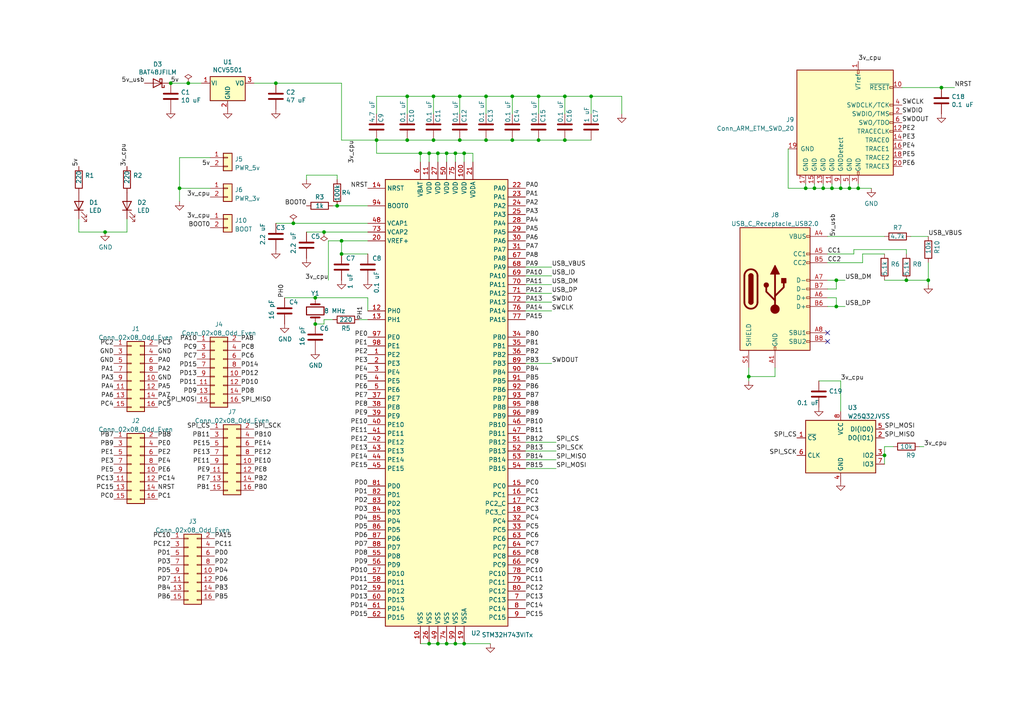
<source format=kicad_sch>
(kicad_sch (version 20211123) (generator eeschema)
  (paper "A4")
  (lib_symbols
    (symbol "Connector:USB_C_Receptacle_USB2.0" (pin_names (offset 1.016))
      (property "Reference" "J" (at -10.16 19.05 0))
      (property "Value" "USB_C_Receptacle_USB2.0" (at 19.05 19.05 0))
      (symbol "USB_C_Receptacle_USB2.0_1_1"
        (pin passive line (at 0 -22.86 90) (length 5.08) (name "GND") (number "A1"))
        (pin passive line (at 0 -22.86 90) (length 5.08) hide (name "GND") (number "A12"))
        (pin passive line (at 15.24 15.24 180) (length 5.08) (name "VBUS") (number "A4"))
        (pin bidirectional line (at 15.24 10.16 180) (length 5.08) (name "CC1") (number "A5"))
        (pin bidirectional line (at 15.24 -2.54 180) (length 5.08) (name "D+") (number "A6"))
        (pin bidirectional line (at 15.24 2.54 180) (length 5.08) (name "D-") (number "A7"))
        (pin bidirectional line (at 15.24 -12.7 180) (length 5.08) (name "SBU1") (number "A8"))
        (pin passive line (at 15.24 15.24 180) (length 5.08) hide (name "VBUS") (number "A9"))
        (pin passive line (at 0 -22.86 90) (length 5.08) hide (name "GND") (number "B1"))
        (pin passive line (at 0 -22.86 90) (length 5.08) hide (name "GND") (number "B12"))
        (pin passive line (at 15.24 15.24 180) (length 5.08) hide (name "VBUS") (number "B4"))
        (pin bidirectional line (at 15.24 7.62 180) (length 5.08) (name "CC2") (number "B5"))
        (pin bidirectional line (at 15.24 -5.08 180) (length 5.08) (name "D+") (number "B6"))
        (pin bidirectional line (at 15.24 0 180) (length 5.08) (name "D-") (number "B7"))
        (pin bidirectional line (at 15.24 -15.24 180) (length 5.08) (name "SBU2") (number "B8"))
        (pin passive line (at 15.24 15.24 180) (length 5.08) hide (name "VBUS") (number "B9"))
        (pin passive line (at -7.62 -22.86 90) (length 5.08) (name "SHIELD") (number "S1"))
      )
    )
    (symbol "Connector_Generic:Conn_01x02" (pin_names (offset 1.016) hide)
      (property "Reference" "J" (at 0 2.54 0))
      (property "Value" "Conn_01x02" (at 0 -5.08 0))
      (symbol "Conn_01x02_1_1"
        (pin passive line (at -5.08 0 0) (length 3.81) (name "Pin_1") (number "1"))
        (pin passive line (at -5.08 -2.54 0) (length 3.81) (name "Pin_2") (number "2"))
      )
    )
    (symbol "Connector_Generic:Conn_02x08_Odd_Even" (pin_names (offset 1.016) hide)
      (property "Reference" "J" (at 1.27 10.16 0))
      (property "Value" "Conn_02x08_Odd_Even" (at 1.27 -12.7 0))
      (symbol "Conn_02x08_Odd_Even_1_1"
        (pin passive line (at -5.08 7.62 0) (length 3.81) (name "Pin_1") (number "1"))
        (pin passive line (at 7.62 -2.54 180) (length 3.81) (name "Pin_10") (number "10"))
        (pin passive line (at -5.08 -5.08 0) (length 3.81) (name "Pin_11") (number "11"))
        (pin passive line (at 7.62 -5.08 180) (length 3.81) (name "Pin_12") (number "12"))
        (pin passive line (at -5.08 -7.62 0) (length 3.81) (name "Pin_13") (number "13"))
        (pin passive line (at 7.62 -7.62 180) (length 3.81) (name "Pin_14") (number "14"))
        (pin passive line (at -5.08 -10.16 0) (length 3.81) (name "Pin_15") (number "15"))
        (pin passive line (at 7.62 -10.16 180) (length 3.81) (name "Pin_16") (number "16"))
        (pin passive line (at 7.62 7.62 180) (length 3.81) (name "Pin_2") (number "2"))
        (pin passive line (at -5.08 5.08 0) (length 3.81) (name "Pin_3") (number "3"))
        (pin passive line (at 7.62 5.08 180) (length 3.81) (name "Pin_4") (number "4"))
        (pin passive line (at -5.08 2.54 0) (length 3.81) (name "Pin_5") (number "5"))
        (pin passive line (at 7.62 2.54 180) (length 3.81) (name "Pin_6") (number "6"))
        (pin passive line (at -5.08 0 0) (length 3.81) (name "Pin_7") (number "7"))
        (pin passive line (at 7.62 0 180) (length 3.81) (name "Pin_8") (number "8"))
        (pin passive line (at -5.08 -2.54 0) (length 3.81) (name "Pin_9") (number "9"))
      )
    )
    (symbol "Device:C" (pin_numbers hide) (pin_names (offset 0.254))
      (property "Reference" "C" (at 0.635 2.54 0))
      (property "Value" "C" (at 0.635 -2.54 0))
      (symbol "C_1_1"
        (pin passive line (at 0 3.81 270) (length 2.794) (name "~") (number "1"))
        (pin passive line (at 0 -3.81 90) (length 2.794) (name "~") (number "2"))
      )
    )
    (symbol "Device:Crystal" (pin_numbers hide) (pin_names (offset 1.016) hide)
      (property "Reference" "Y" (at 0 3.81 0))
      (property "Value" "Crystal" (at 0 -3.81 0))
      (symbol "Crystal_1_1"
        (pin passive line (at -3.81 0 0) (length 1.27) (name "1") (number "1"))
        (pin passive line (at 3.81 0 180) (length 1.27) (name "2") (number "2"))
      )
    )
    (symbol "Device:LED" (pin_numbers hide) (pin_names (offset 1.016) hide)
      (property "Reference" "D" (at 0 2.54 0))
      (property "Value" "LED" (at 0 -2.54 0))
      (symbol "LED_1_1"
        (pin passive line (at -3.81 0 0) (length 2.54) (name "K") (number "1"))
        (pin passive line (at 3.81 0 180) (length 2.54) (name "A") (number "2"))
      )
    )
    (symbol "Device:R" (pin_numbers hide) (pin_names (offset 0))
      (property "Reference" "R" (at 2.032 0 90))
      (property "Value" "R" (at 0 0 90))
      (symbol "R_1_1"
        (pin passive line (at 0 3.81 270) (length 1.27) (name "~") (number "1"))
        (pin passive line (at 0 -3.81 90) (length 1.27) (name "~") (number "2"))
      )
    )
    (symbol "Diode:BAT48JFILM" (pin_numbers hide) (pin_names (offset 1.016) hide)
      (property "Reference" "D" (at 0 2.54 0))
      (property "Value" "BAT48JFILM" (at 0 -2.54 0))
      (symbol "BAT48JFILM_1_1"
        (pin passive line (at -3.81 0 0) (length 2.54) (name "K") (number "1"))
        (pin passive line (at 3.81 0 180) (length 2.54) (name "A") (number "2"))
      )
    )
    (symbol "MCU_ST_STM32H7:STM32H743VITx"
      (property "Reference" "U" (at -17.78 64.77 0))
      (property "Value" "STM32H743VITx" (at 10.16 64.77 0))
      (symbol "STM32H743VITx_1_1"
        (pin bidirectional line (at -22.86 12.7 0) (length 5.08) (name "PE2") (number "1"))
        (pin power_in line (at -7.62 -71.12 90) (length 5.08) (name "VSS") (number "10"))
        (pin power_in line (at 5.08 68.58 270) (length 5.08) (name "VDD") (number "100"))
        (pin power_in line (at -5.08 68.58 270) (length 5.08) (name "VDD") (number "11"))
        (pin input line (at -22.86 25.4 0) (length 5.08) (name "PH0") (number "12"))
        (pin input line (at -22.86 22.86 0) (length 5.08) (name "PH1") (number "13"))
        (pin input line (at -22.86 60.96 0) (length 5.08) (name "NRST") (number "14"))
        (pin bidirectional line (at 22.86 -25.4 180) (length 5.08) (name "PC0") (number "15"))
        (pin bidirectional line (at 22.86 -27.94 180) (length 5.08) (name "PC1") (number "16"))
        (pin bidirectional line (at 22.86 -30.48 180) (length 5.08) (name "PC2_C") (number "17"))
        (pin bidirectional line (at 22.86 -33.02 180) (length 5.08) (name "PC3_C") (number "18"))
        (pin power_in line (at 5.08 -71.12 90) (length 5.08) (name "VSSA") (number "19"))
        (pin bidirectional line (at -22.86 10.16 0) (length 5.08) (name "PE3") (number "2"))
        (pin bidirectional line (at -22.86 45.72 0) (length 5.08) (name "VREF+") (number "20"))
        (pin power_in line (at 7.62 68.58 270) (length 5.08) (name "VDDA") (number "21"))
        (pin bidirectional line (at 22.86 60.96 180) (length 5.08) (name "PA0") (number "22"))
        (pin bidirectional line (at 22.86 58.42 180) (length 5.08) (name "PA1") (number "23"))
        (pin bidirectional line (at 22.86 55.88 180) (length 5.08) (name "PA2") (number "24"))
        (pin bidirectional line (at 22.86 53.34 180) (length 5.08) (name "PA3") (number "25"))
        (pin power_in line (at -5.08 -71.12 90) (length 5.08) (name "VSS") (number "26"))
        (pin power_in line (at -2.54 68.58 270) (length 5.08) (name "VDD") (number "27"))
        (pin bidirectional line (at 22.86 50.8 180) (length 5.08) (name "PA4") (number "28"))
        (pin bidirectional line (at 22.86 48.26 180) (length 5.08) (name "PA5") (number "29"))
        (pin bidirectional line (at -22.86 7.62 0) (length 5.08) (name "PE4") (number "3"))
        (pin bidirectional line (at 22.86 45.72 180) (length 5.08) (name "PA6") (number "30"))
        (pin bidirectional line (at 22.86 43.18 180) (length 5.08) (name "PA7") (number "31"))
        (pin bidirectional line (at 22.86 -35.56 180) (length 5.08) (name "PC4") (number "32"))
        (pin bidirectional line (at 22.86 -38.1 180) (length 5.08) (name "PC5") (number "33"))
        (pin bidirectional line (at 22.86 17.78 180) (length 5.08) (name "PB0") (number "34"))
        (pin bidirectional line (at 22.86 15.24 180) (length 5.08) (name "PB1") (number "35"))
        (pin bidirectional line (at 22.86 12.7 180) (length 5.08) (name "PB2") (number "36"))
        (pin bidirectional line (at -22.86 0 0) (length 5.08) (name "PE7") (number "37"))
        (pin bidirectional line (at -22.86 -2.54 0) (length 5.08) (name "PE8") (number "38"))
        (pin bidirectional line (at -22.86 -5.08 0) (length 5.08) (name "PE9") (number "39"))
        (pin bidirectional line (at -22.86 5.08 0) (length 5.08) (name "PE5") (number "4"))
        (pin bidirectional line (at -22.86 -7.62 0) (length 5.08) (name "PE10") (number "40"))
        (pin bidirectional line (at -22.86 -10.16 0) (length 5.08) (name "PE11") (number "41"))
        (pin bidirectional line (at -22.86 -12.7 0) (length 5.08) (name "PE12") (number "42"))
        (pin bidirectional line (at -22.86 -15.24 0) (length 5.08) (name "PE13") (number "43"))
        (pin bidirectional line (at -22.86 -17.78 0) (length 5.08) (name "PE14") (number "44"))
        (pin bidirectional line (at -22.86 -20.32 0) (length 5.08) (name "PE15") (number "45"))
        (pin bidirectional line (at 22.86 -7.62 180) (length 5.08) (name "PB10") (number "46"))
        (pin bidirectional line (at 22.86 -10.16 180) (length 5.08) (name "PB11") (number "47"))
        (pin power_in line (at -22.86 50.8 0) (length 5.08) (name "VCAP1") (number "48"))
        (pin power_in line (at -2.54 -71.12 90) (length 5.08) (name "VSS") (number "49"))
        (pin bidirectional line (at -22.86 2.54 0) (length 5.08) (name "PE6") (number "5"))
        (pin power_in line (at 0 68.58 270) (length 5.08) (name "VDD") (number "50"))
        (pin bidirectional line (at 22.86 -12.7 180) (length 5.08) (name "PB12") (number "51"))
        (pin bidirectional line (at 22.86 -15.24 180) (length 5.08) (name "PB13") (number "52"))
        (pin bidirectional line (at 22.86 -17.78 180) (length 5.08) (name "PB14") (number "53"))
        (pin bidirectional line (at 22.86 -20.32 180) (length 5.08) (name "PB15") (number "54"))
        (pin bidirectional line (at -22.86 -45.72 0) (length 5.08) (name "PD8") (number "55"))
        (pin bidirectional line (at -22.86 -48.26 0) (length 5.08) (name "PD9") (number "56"))
        (pin bidirectional line (at -22.86 -50.8 0) (length 5.08) (name "PD10") (number "57"))
        (pin bidirectional line (at -22.86 -53.34 0) (length 5.08) (name "PD11") (number "58"))
        (pin bidirectional line (at -22.86 -55.88 0) (length 5.08) (name "PD12") (number "59"))
        (pin power_in line (at -7.62 68.58 270) (length 5.08) (name "VBAT") (number "6"))
        (pin bidirectional line (at -22.86 -58.42 0) (length 5.08) (name "PD13") (number "60"))
        (pin bidirectional line (at -22.86 -60.96 0) (length 5.08) (name "PD14") (number "61"))
        (pin bidirectional line (at -22.86 -63.5 0) (length 5.08) (name "PD15") (number "62"))
        (pin bidirectional line (at 22.86 -40.64 180) (length 5.08) (name "PC6") (number "63"))
        (pin bidirectional line (at 22.86 -43.18 180) (length 5.08) (name "PC7") (number "64"))
        (pin bidirectional line (at 22.86 -45.72 180) (length 5.08) (name "PC8") (number "65"))
        (pin bidirectional line (at 22.86 -48.26 180) (length 5.08) (name "PC9") (number "66"))
        (pin bidirectional line (at 22.86 40.64 180) (length 5.08) (name "PA8") (number "67"))
        (pin bidirectional line (at 22.86 38.1 180) (length 5.08) (name "PA9") (number "68"))
        (pin bidirectional line (at 22.86 35.56 180) (length 5.08) (name "PA10") (number "69"))
        (pin bidirectional line (at 22.86 -58.42 180) (length 5.08) (name "PC13") (number "7"))
        (pin bidirectional line (at 22.86 33.02 180) (length 5.08) (name "PA11") (number "70"))
        (pin bidirectional line (at 22.86 30.48 180) (length 5.08) (name "PA12") (number "71"))
        (pin bidirectional line (at 22.86 27.94 180) (length 5.08) (name "PA13") (number "72"))
        (pin power_in line (at -22.86 48.26 0) (length 5.08) (name "VCAP2") (number "73"))
        (pin power_in line (at 0 -71.12 90) (length 5.08) (name "VSS") (number "74"))
        (pin power_in line (at 2.54 68.58 270) (length 5.08) (name "VDD") (number "75"))
        (pin bidirectional line (at 22.86 25.4 180) (length 5.08) (name "PA14") (number "76"))
        (pin bidirectional line (at 22.86 22.86 180) (length 5.08) (name "PA15") (number "77"))
        (pin bidirectional line (at 22.86 -50.8 180) (length 5.08) (name "PC10") (number "78"))
        (pin bidirectional line (at 22.86 -53.34 180) (length 5.08) (name "PC11") (number "79"))
        (pin bidirectional line (at 22.86 -60.96 180) (length 5.08) (name "PC14") (number "8"))
        (pin bidirectional line (at 22.86 -55.88 180) (length 5.08) (name "PC12") (number "80"))
        (pin bidirectional line (at -22.86 -25.4 0) (length 5.08) (name "PD0") (number "81"))
        (pin bidirectional line (at -22.86 -27.94 0) (length 5.08) (name "PD1") (number "82"))
        (pin bidirectional line (at -22.86 -30.48 0) (length 5.08) (name "PD2") (number "83"))
        (pin bidirectional line (at -22.86 -33.02 0) (length 5.08) (name "PD3") (number "84"))
        (pin bidirectional line (at -22.86 -35.56 0) (length 5.08) (name "PD4") (number "85"))
        (pin bidirectional line (at -22.86 -38.1 0) (length 5.08) (name "PD5") (number "86"))
        (pin bidirectional line (at -22.86 -40.64 0) (length 5.08) (name "PD6") (number "87"))
        (pin bidirectional line (at -22.86 -43.18 0) (length 5.08) (name "PD7") (number "88"))
        (pin bidirectional line (at 22.86 10.16 180) (length 5.08) (name "PB3") (number "89"))
        (pin bidirectional line (at 22.86 -63.5 180) (length 5.08) (name "PC15") (number "9"))
        (pin bidirectional line (at 22.86 7.62 180) (length 5.08) (name "PB4") (number "90"))
        (pin bidirectional line (at 22.86 5.08 180) (length 5.08) (name "PB5") (number "91"))
        (pin bidirectional line (at 22.86 2.54 180) (length 5.08) (name "PB6") (number "92"))
        (pin bidirectional line (at 22.86 0 180) (length 5.08) (name "PB7") (number "93"))
        (pin input line (at -22.86 55.88 0) (length 5.08) (name "BOOT0") (number "94"))
        (pin bidirectional line (at 22.86 -2.54 180) (length 5.08) (name "PB8") (number "95"))
        (pin bidirectional line (at 22.86 -5.08 180) (length 5.08) (name "PB9") (number "96"))
        (pin bidirectional line (at -22.86 17.78 0) (length 5.08) (name "PE0") (number "97"))
        (pin bidirectional line (at -22.86 15.24 0) (length 5.08) (name "PE1") (number "98"))
        (pin power_in line (at 2.54 -71.12 90) (length 5.08) (name "VSS") (number "99"))
      )
    )
    (symbol "Memory_Flash:W25Q32JVSS"
      (property "Reference" "U" (at -8.89 8.89 0))
      (property "Value" "W25Q32JVSS" (at 7.62 8.89 0))
      (symbol "W25Q32JVSS_1_1"
        (pin input line (at -12.7 2.54 0) (length 2.54) (name "~{CS}") (number "1"))
        (pin bidirectional line (at 12.7 2.54 180) (length 2.54) (name "DO(IO1)") (number "2"))
        (pin bidirectional line (at 12.7 -2.54 180) (length 2.54) (name "IO2") (number "3"))
        (pin power_in line (at 0 -10.16 90) (length 2.54) (name "GND") (number "4"))
        (pin bidirectional line (at 12.7 5.08 180) (length 2.54) (name "DI(IO0)") (number "5"))
        (pin input line (at -12.7 -2.54 0) (length 2.54) (name "CLK") (number "6"))
        (pin bidirectional line (at 12.7 -5.08 180) (length 2.54) (name "IO3") (number "7"))
        (pin power_in line (at 0 10.16 270) (length 2.54) (name "VCC") (number "8"))
      )
    )
    (symbol "Regulator_Linear:LM2937xT" (pin_names (offset 0.254))
      (property "Reference" "U" (at -3.81 3.175 0))
      (property "Value" "LM2937xT" (at 0 3.175 0))
      (symbol "LM2937xT_1_1"
        (pin power_in line (at -7.62 0 0) (length 2.54) (name "VI") (number "1"))
        (pin power_in line (at 0 -7.62 90) (length 2.54) (name "GND") (number "2"))
        (pin power_out line (at 7.62 0 180) (length 2.54) (name "VO") (number "3"))
      )
    )
    (symbol "power:GND" (power) (pin_names (offset 0))
      (property "Value" "GND" (at 0 -3.81 0))
      (symbol "GND_1_1"
        (pin power_in line (at 0 0 270) (length 0) hide (name "GND") (number "1"))
      )
    )
    (symbol "power:PWR_FLAG" (power) (pin_numbers hide) (pin_names (offset 0) hide)
      (property "Value" "PWR_FLAG" (at 0 3.81 0))
      (symbol "PWR_FLAG_0_0"
        (pin power_out line (at 0 0 90) (length 0) (name "pwr") (number "1"))
      )
    )
    (symbol "viaems-parts:Conn_ARM_ETM_SWD_20" (pin_names (offset 1.016))
      (property "Reference" "J9" (at -18.5419 -1.7053 0))
      (property "Value" "Conn_ARM_ETM_SWD_20" (at -18.5419 -4.2422 0))
      (symbol "Conn_ARM_ETM_SWD_20_1_1"
        (pin power_in line (at 0 15.24 270) (length 2.54) (name "VTref") (number "1"))
        (pin open_collector line (at 12.7 7.62 180) (length 2.54) (name "~{RESET}") (number "10"))
        (pin passive line (at -7.62 -20.32 90) (length 2.54) (name "GND") (number "11"))
        (pin input line (at 12.7 -5.08 180) (length 2.54) (name "TRACECLK") (number "12"))
        (pin passive line (at -10.16 -20.32 90) (length 2.54) (name "GND") (number "13"))
        (pin output line (at 12.7 -7.62 180) (length 2.54) (name "TRACE0") (number "14"))
        (pin passive line (at -12.7 -20.32 90) (length 2.54) (name "GND") (number "15"))
        (pin output line (at 12.7 -10.16 180) (length 2.54) (name "TRACE1") (number "16"))
        (pin passive line (at -15.24 -20.32 90) (length 2.54) (name "GND") (number "17"))
        (pin output line (at 12.7 -12.7 180) (length 2.54) (name "TRACE2") (number "18"))
        (pin passive line (at -20.32 -10.16 0) (length 2.54) (name "GND") (number "19"))
        (pin bidirectional line (at 12.7 0 180) (length 2.54) (name "SWDIO/TMS") (number "2"))
        (pin output line (at 12.7 -15.24 180) (length 2.54) (name "TRACE3") (number "20"))
        (pin power_in line (at 0 -20.32 90) (length 2.54) (name "GND") (number "3"))
        (pin output line (at 12.7 2.54 180) (length 2.54) (name "SWDCLK/TCK") (number "4"))
        (pin passive line (at -2.54 -20.32 90) (length 2.54) (name "GND") (number "5"))
        (pin input line (at 12.7 -2.54 180) (length 2.54) (name "SWO/TDO") (number "6"))
        (pin no_connect line (at -20.32 8.89 0) (length 2.54) hide (name "KEY") (number "7"))
        (pin passive line (at -5.08 -20.32 90) (length 2.54) (name "GNDDetect") (number "9"))
      )
    )
  )
  (junction (at 121.92 44.45))
  (junction (at 93.98 67.31))
  (junction (at 246.38 54.61))
  (junction (at 132.08 44.45))
  (junction (at 127 44.45))
  (junction (at 54.61 24.13))
  (junction (at 52.07 54.61))
  (junction (at 269.24 81.28))
  (junction (at 140.97 27.94))
  (junction (at 118.11 40.64))
  (junction (at 133.35 27.94))
  (junction (at 30.48 67.31))
  (junction (at 262.89 81.28))
  (junction (at 140.97 40.64))
  (junction (at 242.57 81.28))
  (junction (at 91.44 93.98))
  (junction (at 109.22 40.64))
  (junction (at 156.21 40.64))
  (junction (at 125.73 40.64))
  (junction (at 236.22 54.61))
  (junction (at 125.73 27.94))
  (junction (at 148.59 27.94))
  (junction (at 248.92 54.61))
  (junction (at 49.53 24.13))
  (junction (at 163.83 27.94))
  (junction (at 99.06 69.85))
  (junction (at 127 186.69))
  (junction (at 217.17 109.22))
  (junction (at 133.35 40.64))
  (junction (at 91.44 86.36))
  (junction (at 156.21 27.94))
  (junction (at 129.54 186.69))
  (junction (at 233.68 54.61))
  (junction (at 241.3 54.61))
  (junction (at 163.83 40.64))
  (junction (at 171.45 27.94))
  (junction (at 134.62 44.45))
  (junction (at 99.06 73.66))
  (junction (at 243.84 54.61))
  (junction (at 80.01 24.13))
  (junction (at 124.46 44.45))
  (junction (at 256.54 132.08))
  (junction (at 129.54 44.45))
  (junction (at 97.79 59.69))
  (junction (at 134.62 186.69))
  (junction (at 132.08 186.69))
  (junction (at 242.57 88.9))
  (junction (at 238.76 54.61))
  (junction (at 148.59 40.64))
  (junction (at 273.05 25.4))
  (junction (at 118.11 27.94))
  (junction (at 124.46 186.69))
  (junction (at 85.09 64.77))
  (no_connect (at 240.03 99.06))
  (no_connect (at 240.03 96.52))
  (wire (pts (xy 85.09 64.77) (xy 80.01 64.77)))
  (wire (pts (xy 49.53 24.13) (xy 54.61 24.13)))
  (wire (pts (xy 228.6 43.18) (xy 228.6 54.61)))
  (wire (pts (xy 256.54 73.66) (xy 250.19 73.66)))
  (wire (pts (xy 133.35 33.02) (xy 133.35 27.94)))
  (wire (pts (xy 242.57 86.36) (xy 242.57 88.9)))
  (wire (pts (xy 129.54 44.45) (xy 127 44.45)))
  (wire (pts (xy 118.11 27.94) (xy 109.22 27.94)))
  (wire (pts (xy 242.57 83.82) (xy 240.03 83.82)))
  (wire (pts (xy 240.03 81.28) (xy 242.57 81.28)))
  (wire (pts (xy 246.38 54.61) (xy 243.84 54.61)))
  (wire (pts (xy 242.57 81.28) (xy 245.11 81.28)))
  (wire (pts (xy 132.08 46.99) (xy 132.08 44.45)))
  (wire (pts (xy 88.9 50.8) (xy 88.9 52.07)))
  (wire (pts (xy 250.19 76.2) (xy 240.03 76.2)))
  (wire (pts (xy 236.22 54.61) (xy 238.76 54.61)))
  (wire (pts (xy 109.22 27.94) (xy 109.22 33.02)))
  (wire (pts (xy 243.84 110.49) (xy 243.84 119.38)))
  (wire (pts (xy 140.97 33.02) (xy 140.97 27.94)))
  (wire (pts (xy 152.4 133.35) (xy 161.29 133.35)))
  (wire (pts (xy 240.03 73.66) (xy 247.65 73.66)))
  (wire (pts (xy 233.68 54.61) (xy 236.22 54.61)))
  (wire (pts (xy 95.25 69.85) (xy 95.25 81.28)))
  (wire (pts (xy 88.9 67.31) (xy 93.98 67.31)))
  (wire (pts (xy 106.68 92.71) (xy 104.14 92.71)))
  (wire (pts (xy 256.54 129.54) (xy 256.54 132.08)))
  (wire (pts (xy 140.97 40.64) (xy 148.59 40.64)))
  (wire (pts (xy 236.22 53.34) (xy 236.22 54.61)))
  (wire (pts (xy 80.01 24.13) (xy 99.06 24.13)))
  (wire (pts (xy 97.79 50.8) (xy 88.9 50.8)))
  (wire (pts (xy 262.89 81.28) (xy 269.24 81.28)))
  (wire (pts (xy 156.21 33.02) (xy 156.21 27.94)))
  (wire (pts (xy 93.98 93.98) (xy 91.44 93.98)))
  (wire (pts (xy 125.73 27.94) (xy 118.11 27.94)))
  (wire (pts (xy 129.54 46.99) (xy 129.54 44.45)))
  (wire (pts (xy 262.89 72.39) (xy 247.65 72.39)))
  (wire (pts (xy 262.89 73.66) (xy 262.89 72.39)))
  (wire (pts (xy 118.11 40.64) (xy 125.73 40.64)))
  (wire (pts (xy 132.08 186.69) (xy 134.62 186.69)))
  (wire (pts (xy 124.46 46.99) (xy 124.46 44.45)))
  (wire (pts (xy 137.16 46.99) (xy 137.16 44.45)))
  (wire (pts (xy 233.68 53.34) (xy 233.68 54.61)))
  (wire (pts (xy 243.84 54.61) (xy 243.84 53.34)))
  (wire (pts (xy 148.59 27.94) (xy 140.97 27.94)))
  (wire (pts (xy 264.16 68.58) (xy 269.24 68.58)))
  (wire (pts (xy 240.03 86.36) (xy 242.57 86.36)))
  (wire (pts (xy 134.62 44.45) (xy 132.08 44.45)))
  (wire (pts (xy 163.83 27.94) (xy 156.21 27.94)))
  (wire (pts (xy 52.07 54.61) (xy 52.07 58.42)))
  (wire (pts (xy 156.21 27.94) (xy 148.59 27.94)))
  (wire (pts (xy 276.86 25.4) (xy 273.05 25.4)))
  (wire (pts (xy 36.83 67.31) (xy 36.83 63.5)))
  (wire (pts (xy 140.97 27.94) (xy 133.35 27.94)))
  (wire (pts (xy 163.83 40.64) (xy 171.45 40.64)))
  (wire (pts (xy 106.68 73.66) (xy 99.06 73.66)))
  (wire (pts (xy 121.92 44.45) (xy 109.22 44.45)))
  (wire (pts (xy 224.79 109.22) (xy 224.79 106.68)))
  (wire (pts (xy 85.09 64.77) (xy 106.68 64.77)))
  (wire (pts (xy 250.19 73.66) (xy 250.19 76.2)))
  (wire (pts (xy 52.07 54.61) (xy 60.96 54.61)))
  (wire (pts (xy 54.61 24.13) (xy 58.42 24.13)))
  (wire (pts (xy 152.4 135.89) (xy 161.29 135.89)))
  (wire (pts (xy 109.22 40.64) (xy 118.11 40.64)))
  (wire (pts (xy 109.22 44.45) (xy 109.22 40.64)))
  (wire (pts (xy 160.02 90.17) (xy 152.4 90.17)))
  (wire (pts (xy 163.83 33.02) (xy 163.83 27.94)))
  (wire (pts (xy 125.73 33.02) (xy 125.73 27.94)))
  (wire (pts (xy 22.86 63.5) (xy 22.86 67.31)))
  (wire (pts (xy 134.62 46.99) (xy 134.62 44.45)))
  (wire (pts (xy 259.08 129.54) (xy 256.54 129.54)))
  (wire (pts (xy 248.92 54.61) (xy 246.38 54.61)))
  (wire (pts (xy 121.92 186.69) (xy 124.46 186.69)))
  (wire (pts (xy 152.4 85.09) (xy 160.02 85.09)))
  (wire (pts (xy 217.17 109.22) (xy 224.79 109.22)))
  (wire (pts (xy 261.62 25.4) (xy 273.05 25.4)))
  (wire (pts (xy 52.07 45.72) (xy 52.07 54.61)))
  (wire (pts (xy 256.54 132.08) (xy 256.54 134.62)))
  (wire (pts (xy 152.4 128.27) (xy 161.29 128.27)))
  (wire (pts (xy 134.62 44.45) (xy 137.16 44.45)))
  (wire (pts (xy 148.59 40.64) (xy 156.21 40.64)))
  (wire (pts (xy 180.34 27.94) (xy 171.45 27.94)))
  (wire (pts (xy 99.06 40.64) (xy 109.22 40.64)))
  (wire (pts (xy 73.66 24.13) (xy 80.01 24.13)))
  (wire (pts (xy 91.44 86.36) (xy 82.55 86.36)))
  (wire (pts (xy 180.34 33.02) (xy 180.34 27.94)))
  (wire (pts (xy 99.06 69.85) (xy 106.68 69.85)))
  (wire (pts (xy 269.24 76.2) (xy 269.24 81.28)))
  (wire (pts (xy 121.92 46.99) (xy 121.92 44.45)))
  (wire (pts (xy 246.38 53.34) (xy 246.38 54.61)))
  (wire (pts (xy 134.62 186.69) (xy 142.24 186.69)))
  (wire (pts (xy 242.57 81.28) (xy 242.57 83.82)))
  (wire (pts (xy 160.02 80.01) (xy 152.4 80.01)))
  (wire (pts (xy 127 46.99) (xy 127 44.45)))
  (wire (pts (xy 99.06 24.13) (xy 99.06 40.64)))
  (wire (pts (xy 124.46 44.45) (xy 127 44.45)))
  (wire (pts (xy 171.45 33.02) (xy 171.45 27.94)))
  (wire (pts (xy 97.79 59.69) (xy 96.52 59.69)))
  (wire (pts (xy 238.76 53.34) (xy 238.76 54.61)))
  (wire (pts (xy 99.06 73.66) (xy 99.06 69.85)))
  (wire (pts (xy 240.03 68.58) (xy 256.54 68.58)))
  (wire (pts (xy 241.3 54.61) (xy 243.84 54.61)))
  (wire (pts (xy 133.35 27.94) (xy 125.73 27.94)))
  (wire (pts (xy 247.65 72.39) (xy 247.65 73.66)))
  (wire (pts (xy 99.06 69.85) (xy 95.25 69.85)))
  (wire (pts (xy 241.3 53.34) (xy 241.3 54.61)))
  (wire (pts (xy 217.17 106.68) (xy 217.17 109.22)))
  (wire (pts (xy 256.54 81.28) (xy 262.89 81.28)))
  (wire (pts (xy 237.49 110.49) (xy 243.84 110.49)))
  (wire (pts (xy 118.11 33.02) (xy 118.11 27.94)))
  (wire (pts (xy 30.48 67.31) (xy 36.83 67.31)))
  (wire (pts (xy 93.98 92.71) (xy 93.98 93.98)))
  (wire (pts (xy 248.92 54.61) (xy 248.92 53.34)))
  (wire (pts (xy 217.17 109.22) (xy 217.17 110.49)))
  (wire (pts (xy 171.45 27.94) (xy 163.83 27.94)))
  (wire (pts (xy 156.21 40.64) (xy 163.83 40.64)))
  (wire (pts (xy 106.68 86.36) (xy 91.44 86.36)))
  (wire (pts (xy 240.03 88.9) (xy 242.57 88.9)))
  (wire (pts (xy 60.96 45.72) (xy 52.07 45.72)))
  (wire (pts (xy 22.86 67.31) (xy 30.48 67.31)))
  (wire (pts (xy 125.73 40.64) (xy 133.35 40.64)))
  (wire (pts (xy 124.46 186.69) (xy 127 186.69)))
  (wire (pts (xy 238.76 54.61) (xy 241.3 54.61)))
  (wire (pts (xy 97.79 52.07) (xy 97.79 50.8)))
  (wire (pts (xy 132.08 44.45) (xy 129.54 44.45)))
  (wire (pts (xy 129.54 186.69) (xy 132.08 186.69)))
  (wire (pts (xy 152.4 130.81) (xy 161.29 130.81)))
  (wire (pts (xy 228.6 54.61) (xy 233.68 54.61)))
  (wire (pts (xy 269.24 81.28) (xy 269.24 82.55)))
  (wire (pts (xy 266.7 129.54) (xy 267.97 129.54)))
  (wire (pts (xy 252.73 54.61) (xy 248.92 54.61)))
  (wire (pts (xy 148.59 33.02) (xy 148.59 27.94)))
  (wire (pts (xy 133.35 40.64) (xy 140.97 40.64)))
  (wire (pts (xy 152.4 87.63) (xy 160.02 87.63)))
  (wire (pts (xy 152.4 82.55) (xy 160.02 82.55)))
  (wire (pts (xy 152.4 105.41) (xy 160.02 105.41)))
  (wire (pts (xy 121.92 44.45) (xy 124.46 44.45)))
  (wire (pts (xy 127 186.69) (xy 129.54 186.69)))
  (wire (pts (xy 106.68 59.69) (xy 97.79 59.69)))
  (wire (pts (xy 93.98 67.31) (xy 106.68 67.31)))
  (wire (pts (xy 152.4 77.47) (xy 160.02 77.47)))
  (wire (pts (xy 242.57 88.9) (xy 245.11 88.9)))
  (wire (pts (xy 96.52 92.71) (xy 93.98 92.71)))
  (wire (pts (xy 106.68 90.17) (xy 106.68 86.36)))
  (label "SWCLK" (at 261.62 30.48 0))
  (label "PE3" (at 261.62 40.64 0))
  (label "PD15" (at 106.68 179.07 180))
  (label "PB4" (at 152.4 107.95 0))
  (label "PE8" (at 106.68 118.11 180))
  (label "PB15" (at 152.4 135.89 0))
  (label "PD2" (at 106.68 146.05 180))
  (label "PA12" (at 152.4 85.09 0))
  (label "PE4" (at 45.72 134.62 0))
  (label "PD3" (at 106.68 148.59 180))
  (label "PA7" (at 45.72 115.57 0))
  (label "PC0" (at 152.4 140.97 0))
  (label "PB9" (at 33.02 129.54 180))
  (label "PD9" (at 106.68 163.83 180))
  (label "PE6" (at 261.62 48.26 0))
  (label "PD0" (at 62.23 161.29 0))
  (label "3v_cpu" (at 248.92 17.78 0))
  (label "3v_cpu" (at 60.96 63.5 180))
  (label "PD8" (at 69.85 114.3 0))
  (label "SWDIO" (at 261.62 33.02 0))
  (label "PC1" (at 152.4 143.51 0))
  (label "BOOT0" (at 60.96 66.04 180))
  (label "USB_DM" (at 160.02 82.55 0))
  (label "PC2" (at 152.4 146.05 0))
  (label "PC11" (at 62.23 158.75 0))
  (label "PD4" (at 62.23 166.37 0))
  (label "PB2" (at 152.4 102.87 0))
  (label "GND" (at 33.02 102.87 180))
  (label "PB8" (at 45.72 127 0))
  (label "PE0" (at 106.68 97.79 180))
  (label "PA1" (at 33.02 107.95 180))
  (label "USB_DM" (at 245.11 81.28 0))
  (label "PA3" (at 33.02 110.49 180))
  (label "PA14" (at 152.4 90.17 0))
  (label "PC6" (at 152.4 156.21 0))
  (label "PA8" (at 152.4 74.93 0))
  (label "CC2" (at 240.03 76.2 0))
  (label "PE6" (at 45.72 137.16 0))
  (label "NRST" (at 106.68 54.61 180))
  (label "PE2" (at 45.72 132.08 0))
  (label "3v_cpu" (at 243.84 110.49 0))
  (label "PA4" (at 33.02 113.03 180))
  (label "NRST" (at 276.86 25.4 0))
  (label "PA15" (at 152.4 92.71 0))
  (label "PC14" (at 45.72 139.7 0))
  (label "PC9" (at 152.4 163.83 0))
  (label "PB5" (at 152.4 110.49 0))
  (label "PC2" (at 33.02 100.33 180))
  (label "GND" (at 45.72 110.49 0))
  (label "PE7" (at 106.68 115.57 180))
  (label "PB11" (at 152.4 125.73 0))
  (label "PE8" (at 73.66 137.16 0))
  (label "PB5" (at 62.23 173.99 0))
  (label "PD13" (at 106.68 173.99 180))
  (label "PC0" (at 33.02 144.78 180))
  (label "PA10" (at 57.15 99.06 180))
  (label "PH0" (at 82.55 86.36 90))
  (label "PA3" (at 152.4 62.23 0))
  (label "5v_usb" (at 242.57 68.58 90))
  (label "PD1" (at 49.53 161.29 180))
  (label "PC5" (at 152.4 153.67 0))
  (label "PE1" (at 33.02 132.08 180))
  (label "PB10" (at 152.4 123.19 0))
  (label "SPI_SCK" (at 231.14 132.08 180))
  (label "PB3" (at 152.4 105.41 0))
  (label "PB14" (at 152.4 133.35 0))
  (label "PA8" (at 69.85 99.06 0))
  (label "PE11" (at 106.68 125.73 180))
  (label "PE9" (at 60.96 137.16 180))
  (label "PE5" (at 261.62 45.72 0))
  (label "PE12" (at 73.66 132.08 0))
  (label "PE0" (at 45.72 129.54 0))
  (label "PB8" (at 152.4 118.11 0))
  (label "SPI_SCK" (at 73.66 124.46 0))
  (label "PD3" (at 49.53 163.83 180))
  (label "5v" (at 22.86 48.26 90))
  (label "SPI_CS" (at 60.96 124.46 180))
  (label "NRST" (at 45.72 142.24 0))
  (label "PB7" (at 33.02 127 180))
  (label "PA9" (at 152.4 77.47 0))
  (label "PC15" (at 152.4 179.07 0))
  (label "PC14" (at 152.4 176.53 0))
  (label "PA2" (at 45.72 107.95 0))
  (label "SWDOUT" (at 261.62 35.56 0))
  (label "PD11" (at 106.68 168.91 180))
  (label "USB_VBUS" (at 269.24 68.58 0))
  (label "PC12" (at 49.53 158.75 180))
  (label "PD9" (at 57.15 114.3 180))
  (label "PE10" (at 106.68 123.19 180))
  (label "PD12" (at 106.68 171.45 180))
  (label "PD5" (at 106.68 153.67 180))
  (label "SWCLK" (at 160.02 90.17 0))
  (label "PE4" (at 106.68 107.95 180))
  (label "SWDIO" (at 160.02 87.63 0))
  (label "PA7" (at 152.4 72.39 0))
  (label "PD14" (at 69.85 106.68 0))
  (label "PA2" (at 152.4 59.69 0))
  (label "PE11" (at 60.96 134.62 180))
  (label "PE9" (at 106.68 120.65 180))
  (label "PE10" (at 73.66 134.62 0))
  (label "PC11" (at 152.4 168.91 0))
  (label "PC13" (at 152.4 173.99 0))
  (label "PE3" (at 106.68 105.41 180))
  (label "PE2" (at 261.62 38.1 0))
  (label "USB_ID" (at 160.02 80.01 0))
  (label "PE6" (at 106.68 113.03 180))
  (label "PB0" (at 152.4 97.79 0))
  (label "SPI_MOSI" (at 161.29 135.89 0))
  (label "PC3" (at 45.72 100.33 0))
  (label "PC15" (at 33.02 142.24 180))
  (label "3v_cpu" (at 36.83 48.26 90))
  (label "PD10" (at 106.68 166.37 180))
  (label "PD4" (at 106.68 151.13 180))
  (label "PE13" (at 60.96 132.08 180))
  (label "GND" (at 33.02 105.41 180))
  (label "PD7" (at 49.53 168.91 180))
  (label "PC4" (at 152.4 151.13 0))
  (label "PA11" (at 152.4 82.55 0))
  (label "PE2" (at 106.68 102.87 180))
  (label "PE12" (at 106.68 128.27 180))
  (label "PC12" (at 152.4 171.45 0))
  (label "PA13" (at 152.4 87.63 0))
  (label "PA1" (at 152.4 57.15 0))
  (label "PD8" (at 106.68 161.29 180))
  (label "SPI_MISO" (at 69.85 116.84 0))
  (label "PE4" (at 261.62 43.18 0))
  (label "PA6" (at 152.4 69.85 0))
  (label "PA5" (at 152.4 67.31 0))
  (label "PD6" (at 62.23 168.91 0))
  (label "PA0" (at 45.72 105.41 0))
  (label "SPI_MISO" (at 256.54 127 0))
  (label "PC13" (at 33.02 139.7 180))
  (label "USB_VBUS" (at 160.02 77.47 0))
  (label "PC8" (at 152.4 161.29 0))
  (label "SPI_MOSI" (at 57.15 116.84 180))
  (label "3v_cpu" (at 60.96 57.15 180))
  (label "PC10" (at 152.4 166.37 0))
  (label "PB3" (at 62.23 171.45 0))
  (label "PB1" (at 152.4 100.33 0))
  (label "PA6" (at 33.02 115.57 180))
  (label "3v_cpu" (at 267.97 129.54 0))
  (label "PE15" (at 60.96 129.54 180))
  (label "PB0" (at 73.66 142.24 0))
  (label "PD14" (at 106.68 176.53 180))
  (label "5v" (at 60.96 48.26 180))
  (label "SPI_SCK" (at 161.29 130.81 0))
  (label "PD2" (at 62.23 163.83 0))
  (label "PD10" (at 69.85 111.76 0))
  (label "PB1" (at 60.96 142.24 180))
  (label "PC6" (at 69.85 104.14 0))
  (label "PC10" (at 49.53 156.21 180))
  (label "USB_DP" (at 245.11 88.9 0))
  (label "PD13" (at 57.15 109.22 180))
  (label "PB6" (at 49.53 173.99 180))
  (label "3v_cpu" (at 102.87 40.64 270))
  (label "SPI_CS" (at 231.14 127 180))
  (label "PE3" (at 33.02 134.62 180))
  (label "CC1" (at 240.03 73.66 0))
  (label "PE13" (at 106.68 130.81 180))
  (label "5v" (at 49.53 24.13 0))
  (label "PE7" (at 60.96 139.7 180))
  (label "PE5" (at 106.68 110.49 180))
  (label "PD5" (at 49.53 166.37 180))
  (label "PE5" (at 33.02 137.16 180))
  (label "PC8" (at 69.85 101.6 0))
  (label "PD6" (at 106.68 156.21 180))
  (label "PE15" (at 106.68 135.89 180))
  (label "SPI_CS" (at 161.29 128.27 0))
  (label "PB4" (at 49.53 171.45 180))
  (label "PB12" (at 152.4 128.27 0))
  (label "PD11" (at 57.15 111.76 180))
  (label "PD1" (at 106.68 143.51 180))
  (label "PD12" (at 69.85 109.22 0))
  (label "PB11" (at 60.96 127 180))
  (label "BOOT0" (at 88.9 59.69 180))
  (label "SPI_MISO" (at 161.29 133.35 0))
  (label "PA5" (at 45.72 113.03 0))
  (label "PD7" (at 106.68 158.75 180))
  (label "PE14" (at 73.66 129.54 0))
  (label "PC4" (at 33.02 118.11 180))
  (label "PC5" (at 45.72 118.11 0))
  (label "PC9" (at 57.15 101.6 180))
  (label "5v_usb" (at 41.91 24.13 180))
  (label "PE14" (at 106.68 133.35 180))
  (label "PA15" (at 62.23 156.21 0))
  (label "PB7" (at 152.4 115.57 0))
  (label "SPI_MOSI" (at 256.54 124.46 0))
  (label "PB2" (at 73.66 139.7 0))
  (label "PB13" (at 152.4 130.81 0))
  (label "PB9" (at 152.4 120.65 0))
  (label "PA4" (at 152.4 64.77 0))
  (label "PA10" (at 152.4 80.01 0))
  (label "3v_cpu" (at 95.25 81.28 180))
  (label "PA0" (at 152.4 54.61 0))
  (label "PC1" (at 45.72 144.78 0))
  (label "PC7" (at 152.4 158.75 0))
  (label "PH1" (at 105.41 92.71 90))
  (label "GND" (at 45.72 102.87 0))
  (label "USB_DP" (at 160.02 85.09 0))
  (label "PB6" (at 152.4 113.03 0))
  (label "PE1" (at 106.68 100.33 180))
  (label "PC7" (at 57.15 104.14 180))
  (label "PC3" (at 152.4 148.59 0))
  (label "SWDOUT" (at 160.02 105.41 0))
  (label "PB10" (at 73.66 127 0))
  (label "PD15" (at 57.15 106.68 180))
  (label "PD0" (at 106.68 140.97 180))
  (symbol (lib_id "Regulator_Linear:LM2937xT") (at 66.04 24.13 0) (unit 1)
    (property "Reference" "U1" (at 66.04 17.9832 0))
    (property "Value" "NCV5501" (at 66.04 20.2946 0))
    (property "Footprint" "Package_TO_SOT_SMD:TO-252-2" (effects hide))
    (property "Datasheet" "https://www.onsemi.com/pub/Collateral/NCP5500-D.PDF" (effects hide))
    (property "Digikey-Part" "NCV5501DT33GOS-ND" (effects hide))
  )
  (symbol (lib_id "Device:C") (at 49.53 27.94 0) (unit 1)
    (property "Reference" "C1" (at 52.451 26.7716 0) (effects (justify left)))
    (property "Value" "10 uF" (at 52.451 29.083 0) (effects (justify left)))
    (property "Footprint" "Capacitor_SMD:C_0805_2012Metric_Pad1.15x1.40mm_HandSolder" (effects hide))
    (property "Digikey-Part" "587-3417-1-ND" (effects hide))
  )
  (symbol (lib_id "Device:C") (at 80.01 27.94 0) (unit 1)
    (property "Reference" "C2" (at 82.931 26.7716 0) (effects (justify left)))
    (property "Value" "47 uF" (at 82.931 29.083 0) (effects (justify left)))
    (property "Footprint" "Capacitor_SMD:C_0805_2012Metric_Pad1.15x1.40mm_HandSolder" (effects hide))
    (property "Digikey-Part" "718-1608-1-ND" (effects hide))
  )
  (symbol (lib_id "power:GND") (at 142.24 186.69 0) (unit 1)
    (property "Reference" "#PWR013" (effects hide))
    (property "Value" "GND" (effects hide))
  )
  (symbol (lib_id "power:GND") (at 49.53 31.75 0) (unit 1)
    (property "Reference" "#PWR02" (effects hide))
    (property "Value" "GND" (effects hide))
  )
  (symbol (lib_id "power:GND") (at 80.01 31.75 0) (unit 1)
    (property "Reference" "#PWR05" (effects hide))
    (property "Value" "GND" (effects hide))
  )
  (symbol (lib_id "power:GND") (at 66.04 31.75 0) (unit 1)
    (property "Reference" "#PWR04" (effects hide))
    (property "Value" "GND" (effects hide))
  )
  (symbol (lib_id "power:GND") (at 217.17 110.49 0) (unit 1)
    (property "Reference" "#PWR015" (effects hide))
    (property "Value" "GND" (effects hide))
  )
  (symbol (lib_id "Diode:BAT48JFILM") (at 45.72 24.13 180) (unit 1)
    (property "Reference" "D3" (at 45.72 18.6436 0))
    (property "Value" "BAT48JFILM" (at 45.72 20.955 0))
    (property "Footprint" "Diode_SMD:D_SOD-323_HandSoldering" (effects hide))
    (property "Datasheet" "www.st.com/resource/en/datasheet/bat48.pdf" (effects hide))
    (property "Digikey-Part" "B0530WS-FDICT-ND" (effects hide))
  )
  (symbol (lib_id "Device:R") (at 260.35 68.58 270) (unit 1)
    (property "Reference" "R7" (at 260.35 66.04 90))
    (property "Value" "4.7k" (at 260.35 68.58 90))
    (property "Footprint" "Resistor_SMD:R_0805_2012Metric_Pad1.20x1.40mm_HandSolder" (effects hide))
    (property "Digikey-Part" "311-4.70KCRCT-ND" (effects hide))
  )
  (symbol (lib_id "Device:R") (at 269.24 72.39 0) (unit 1)
    (property "Reference" "R10" (at 271.78 73.66 90) (effects (justify left)))
    (property "Value" "10k" (at 269.24 73.66 90) (effects (justify left)))
    (property "Footprint" "Resistor_SMD:R_0805_2012Metric_Pad1.20x1.40mm_HandSolder" (effects hide))
    (property "Digikey-Part" "RNCF0805DTE10K0CT-ND" (effects hide))
  )
  (symbol (lib_id "power:GND") (at 269.24 82.55 0) (unit 1)
    (property "Reference" "#PWR018" (effects hide))
    (property "Value" "GND" (effects hide))
  )
  (symbol (lib_id "Device:C") (at 88.9 71.12 0) (unit 1)
    (property "Reference" "C5" (at 90.17 68.58 0) (effects (justify left)))
    (property "Value" "2.2 uF" (at 85.09 73.66 90) (effects (justify left)))
    (property "Footprint" "Capacitor_SMD:C_0805_2012Metric_Pad1.15x1.40mm_HandSolder" (effects hide))
    (property "Digikey-Part" "1276-1188-1-ND" (effects hide))
  )
  (symbol (lib_id "Device:C") (at 80.01 68.58 0) (unit 1)
    (property "Reference" "C3" (at 80.01 66.04 0) (effects (justify left)))
    (property "Value" "2.2 uF" (at 76.2 71.12 90) (effects (justify left)))
    (property "Footprint" "Capacitor_SMD:C_0805_2012Metric_Pad1.15x1.40mm_HandSolder" (effects hide))
    (property "Digikey-Part" "1276-1188-1-ND" (effects hide))
  )
  (symbol (lib_id "power:GND") (at 80.01 72.39 0) (unit 1)
    (property "Reference" "#PWR06" (effects hide))
    (property "Value" "GND" (effects hide))
  )
  (symbol (lib_id "power:GND") (at 88.9 74.93 0) (unit 1)
    (property "Reference" "#PWR09" (effects hide))
    (property "Value" "GND" (effects hide))
  )
  (symbol (lib_id "Device:C") (at 273.05 29.21 0) (unit 1)
    (property "Reference" "C18" (at 275.971 28.0416 0) (effects (justify left)))
    (property "Value" "0.1 uF" (at 275.971 30.353 0) (effects (justify left)))
    (property "Footprint" "Capacitor_SMD:C_0805_2012Metric_Pad1.15x1.40mm_HandSolder" (effects hide))
    (property "Digikey-Part" "478-10836-1-ND" (effects hide))
  )
  (symbol (lib_id "Device:C") (at 82.55 90.17 180) (unit 1)
    (property "Reference" "C4" (at 83.82 87.63 0) (effects (justify right)))
    (property "Value" "16 pF" (at 78.74 92.71 90) (effects (justify right)))
    (property "Footprint" "Capacitor_SMD:C_0805_2012Metric_Pad1.15x1.40mm_HandSolder" (effects hide))
    (property "Digikey-Part" "311-4228-1-ND" (effects hide))
  )
  (symbol (lib_id "Device:C") (at 91.44 97.79 180) (unit 1)
    (property "Reference" "C6" (at 92.71 95.25 0) (effects (justify right)))
    (property "Value" "16 pF" (at 87.63 100.33 90) (effects (justify right)))
    (property "Footprint" "Capacitor_SMD:C_0805_2012Metric_Pad1.15x1.40mm_HandSolder" (effects hide))
    (property "Digikey-Part" "311-4228-1-ND" (effects hide))
  )
  (symbol (lib_id "Device:R") (at 100.33 92.71 270) (unit 1)
    (property "Reference" "R5" (at 100.33 95.25 90))
    (property "Value" "220" (at 100.33 92.71 90))
    (property "Footprint" "Resistor_SMD:R_0805_2012Metric_Pad1.20x1.40mm_HandSolder" (effects hide))
    (property "Digikey-Part" "A129741CT-ND" (effects hide))
  )
  (symbol (lib_id "Device:Crystal") (at 91.44 90.17 270) (unit 1)
    (property "Reference" "Y1" (at 90.17 85.09 90) (effects (justify left)))
    (property "Value" "8 MHz" (at 93.98 90.17 90) (effects (justify left)))
    (property "Footprint" "Crystal:Crystal_HC49-U_Vertical" (effects hide))
    (property "Digikey-Part" "535-10212-1-ND" (effects hide))
  )
  (symbol (lib_id "power:GND") (at 82.55 93.98 0) (unit 1)
    (property "Reference" "#PWR07" (effects hide))
    (property "Value" "GND" (at 82.677 98.3742 0))
  )
  (symbol (lib_id "power:GND") (at 91.44 101.6 0) (unit 1)
    (property "Reference" "#PWR010" (effects hide))
    (property "Value" "GND" (at 91.567 105.9942 0))
  )
  (symbol (lib_id "Device:C") (at 99.06 77.47 0) (unit 1)
    (property "Reference" "C7" (at 100.33 74.93 0) (effects (justify left)))
    (property "Value" "1 uF" (at 101.6 83.82 90) (effects (justify left)))
    (property "Footprint" "Capacitor_SMD:C_0805_2012Metric_Pad1.15x1.40mm_HandSolder" (effects hide))
    (property "Digikey-Part" "1276-1066-1-ND" (effects hide))
  )
  (symbol (lib_id "Device:C") (at 106.68 77.47 0) (unit 1)
    (property "Reference" "C8" (at 107.95 74.93 0) (effects (justify left)))
    (property "Value" "0.1 uF" (at 109.22 85.09 90) (effects (justify left)))
    (property "Footprint" "Capacitor_SMD:C_0805_2012Metric_Pad1.15x1.40mm_HandSolder" (effects hide))
    (property "Digikey-Part" "478-10836-1-ND" (effects hide))
  )
  (symbol (lib_id "power:GND") (at 99.06 81.28 0) (unit 1)
    (property "Reference" "#PWR011" (effects hide))
    (property "Value" "GND" (effects hide))
  )
  (symbol (lib_id "power:GND") (at 106.68 81.28 0) (unit 1)
    (property "Reference" "#PWR012" (effects hide))
    (property "Value" "GND" (effects hide))
  )
  (symbol (lib_id "Device:C") (at 109.22 36.83 0) (unit 1)
    (property "Reference" "C9" (at 110.49 35.56 90) (effects (justify left)))
    (property "Value" "4.7 uF" (at 107.95 35.56 90) (effects (justify left)))
    (property "Footprint" "Capacitor_SMD:C_0805_2012Metric_Pad1.15x1.40mm_HandSolder" (effects hide))
    (property "Digikey-Part" "445-14527-1-ND" (effects hide))
  )
  (symbol (lib_id "Device:C") (at 118.11 36.83 0) (unit 1)
    (property "Reference" "C10" (at 119.38 35.56 90) (effects (justify left)))
    (property "Value" "0.1 uF" (at 116.84 35.56 90) (effects (justify left)))
    (property "Footprint" "Capacitor_SMD:C_0805_2012Metric_Pad1.15x1.40mm_HandSolder" (effects hide))
    (property "Digikey-Part" "478-10836-1-ND" (effects hide))
  )
  (symbol (lib_id "Device:C") (at 125.73 36.83 0) (unit 1)
    (property "Reference" "C11" (at 127 35.56 90) (effects (justify left)))
    (property "Value" "0.1 uF" (at 124.46 35.56 90) (effects (justify left)))
    (property "Footprint" "Capacitor_SMD:C_0805_2012Metric_Pad1.15x1.40mm_HandSolder" (effects hide))
    (property "Digikey-Part" "478-10836-1-ND" (effects hide))
  )
  (symbol (lib_id "Device:C") (at 133.35 36.83 0) (unit 1)
    (property "Reference" "C12" (at 134.62 35.56 90) (effects (justify left)))
    (property "Value" "0.1 uF" (at 132.08 35.56 90) (effects (justify left)))
    (property "Footprint" "Capacitor_SMD:C_0805_2012Metric_Pad1.15x1.40mm_HandSolder" (effects hide))
    (property "Digikey-Part" "478-10836-1-ND" (effects hide))
  )
  (symbol (lib_id "Device:C") (at 140.97 36.83 0) (unit 1)
    (property "Reference" "C13" (at 142.24 35.56 90) (effects (justify left)))
    (property "Value" "0.1 uF" (at 139.7 35.56 90) (effects (justify left)))
    (property "Footprint" "Capacitor_SMD:C_0805_2012Metric_Pad1.15x1.40mm_HandSolder" (effects hide))
    (property "Digikey-Part" "478-10836-1-ND" (effects hide))
  )
  (symbol (lib_id "Device:C") (at 148.59 36.83 0) (unit 1)
    (property "Reference" "C14" (at 149.86 35.56 90) (effects (justify left)))
    (property "Value" "0.1 uF" (at 147.32 35.56 90) (effects (justify left)))
    (property "Footprint" "Capacitor_SMD:C_0805_2012Metric_Pad1.15x1.40mm_HandSolder" (effects hide))
    (property "Digikey-Part" "478-10836-1-ND" (effects hide))
  )
  (symbol (lib_id "Device:C") (at 156.21 36.83 0) (unit 1)
    (property "Reference" "C15" (at 157.48 35.56 90) (effects (justify left)))
    (property "Value" "0.1 uF" (at 154.94 35.56 90) (effects (justify left)))
    (property "Footprint" "Capacitor_SMD:C_0805_2012Metric_Pad1.15x1.40mm_HandSolder" (effects hide))
    (property "Digikey-Part" "478-10836-1-ND" (effects hide))
  )
  (symbol (lib_id "Device:C") (at 163.83 36.83 0) (unit 1)
    (property "Reference" "C16" (at 165.1 35.56 90) (effects (justify left)))
    (property "Value" "0.1 uF" (at 162.56 35.56 90) (effects (justify left)))
    (property "Footprint" "Capacitor_SMD:C_0805_2012Metric_Pad1.15x1.40mm_HandSolder" (effects hide))
    (property "Digikey-Part" "478-10836-1-ND" (effects hide))
  )
  (symbol (lib_id "Device:C") (at 171.45 36.83 0) (unit 1)
    (property "Reference" "C17" (at 172.72 35.56 90) (effects (justify left)))
    (property "Value" "1 uF" (at 170.18 35.56 90) (effects (justify left)))
    (property "Footprint" "Capacitor_SMD:C_0805_2012Metric_Pad1.15x1.40mm_HandSolder" (effects hide))
    (property "Digikey-Part" "1276-1066-1-ND" (effects hide))
  )
  (symbol (lib_id "power:GND") (at 180.34 33.02 0) (unit 1)
    (property "Reference" "#PWR014" (effects hide))
    (property "Value" "GND" (effects hide))
  )
  (symbol (lib_id "Device:R") (at 92.71 59.69 270) (unit 1)
    (property "Reference" "R3" (at 92.71 57.15 90))
    (property "Value" "1k" (at 92.71 59.69 90))
    (property "Footprint" "Resistor_SMD:R_0805_2012Metric_Pad1.20x1.40mm_HandSolder" (effects hide))
    (property "Digikey-Part" "RNCP0805FTD1K00CT-ND" (effects hide))
  )
  (symbol (lib_id "Device:R") (at 97.79 55.88 0) (unit 1)
    (property "Reference" "R4" (at 99.06 55.88 0) (effects (justify left)))
    (property "Value" "100k" (at 97.79 58.42 90) (effects (justify left)))
    (property "Footprint" "Resistor_SMD:R_0805_2012Metric_Pad1.20x1.40mm_HandSolder" (effects hide))
    (property "Digikey-Part" "P100KDACT-ND" (effects hide))
  )
  (symbol (lib_id "power:GND") (at 88.9 52.07 0) (unit 1)
    (property "Reference" "#PWR08" (effects hide))
    (property "Value" "GND" (effects hide))
  )
  (symbol (lib_id "power:GND") (at 273.05 33.02 0) (unit 1)
    (property "Reference" "#PWR019" (effects hide))
    (property "Value" "GND" (effects hide))
  )
  (symbol (lib_id "power:PWR_FLAG") (at 54.61 24.13 0) (unit 1)
    (property "Reference" "#FLG01" (effects hide))
    (property "Value" "PWR_FLAG" (effects hide))
  )
  (symbol (lib_id "power:PWR_FLAG") (at 85.09 64.77 0) (unit 1)
    (property "Reference" "#FLG02" (effects hide))
    (property "Value" "PWR_FLAG" (effects hide))
  )
  (symbol (lib_id "power:PWR_FLAG") (at 93.98 67.31 180) (unit 1)
    (property "Reference" "#FLG03" (effects hide))
    (property "Value" "PWR_FLAG" (effects hide))
  )
  (symbol (lib_id "Device:R") (at 22.86 52.07 0) (unit 1)
    (property "Reference" "R1" (at 24.638 50.9016 0) (effects (justify left)))
    (property "Value" "220" (at 22.86 53.34 90) (effects (justify left)))
    (property "Footprint" "Resistor_SMD:R_0805_2012Metric_Pad1.20x1.40mm_HandSolder" (effects hide))
    (property "Digikey-Part" "A129741CT-ND" (effects hide))
  )
  (symbol (lib_id "Device:R") (at 36.83 52.07 0) (unit 1)
    (property "Reference" "R2" (at 38.608 50.9016 0) (effects (justify left)))
    (property "Value" "220" (at 36.83 53.34 90) (effects (justify left)))
    (property "Footprint" "Resistor_SMD:R_0805_2012Metric_Pad1.20x1.40mm_HandSolder" (effects hide))
    (property "Digikey-Part" "A129741CT-ND" (effects hide))
  )
  (symbol (lib_id "Device:LED") (at 22.86 59.69 90) (unit 1)
    (property "Reference" "D1" (at 25.8318 58.7248 90) (effects (justify right)))
    (property "Value" "LED" (at 25.8318 61.0362 90) (effects (justify right)))
    (property "Footprint" "LED_SMD:LED_0805_2012Metric_Pad1.15x1.40mm_HandSolder" (effects hide))
    (property "Digikey-Part" "475-1415-1-ND" (effects hide))
  )
  (symbol (lib_id "Device:LED") (at 36.83 59.69 90) (unit 1)
    (property "Reference" "D2" (at 39.8018 58.7248 90) (effects (justify right)))
    (property "Value" "LED" (at 39.8018 61.0362 90) (effects (justify right)))
    (property "Footprint" "LED_SMD:LED_0805_2012Metric_Pad1.15x1.40mm_HandSolder" (effects hide))
    (property "Digikey-Part" "475-1415-1-ND" (effects hide))
  )
  (symbol (lib_id "power:GND") (at 30.48 67.31 0) (unit 1)
    (property "Reference" "#PWR01" (effects hide))
    (property "Value" "GND" (at 30.607 71.7042 0))
  )
  (symbol (lib_id "power:GND") (at 252.73 54.61 0) (unit 1)
    (property "Reference" "#PWR017" (effects hide))
    (property "Value" "GND" (at 252.73 59.0534 0))
  )
  (symbol (lib_id "Connector_Generic:Conn_02x08_Odd_Even") (at 62.23 106.68 0) (unit 1)
    (property "Reference" "J4" (at 63.5 94.0902 0))
    (property "Value" "Conn_02x08_Odd_Even" (at 63.5 96.6271 0))
    (property "Footprint" "Connector_PinHeader_2.54mm:PinHeader_2x08_P2.54mm_Vertical" (effects hide))
  )
  (symbol (lib_id "Memory_Flash:W25Q32JVSS") (at 243.84 129.54 0) (unit 1)
    (property "Reference" "U3" (at 245.8594 118.2202 0) (effects (justify left)))
    (property "Value" "W25Q32JVSS" (at 245.8594 120.7571 0) (effects (justify left)))
    (property "Footprint" "Package_SO:SOIC-8_5.23x5.23mm_P1.27mm" (effects hide))
    (property "Datasheet" "http://www.winbond.com/resource-files/w25q32jv%20revg%2003272018%20plus.pdf" (effects hide))
  )
  (symbol (lib_id "Connector_Generic:Conn_02x08_Odd_Even") (at 66.04 132.08 0) (unit 1)
    (property "Reference" "J7" (at 67.31 119.4902 0))
    (property "Value" "Conn_02x08_Odd_Even" (at 67.31 122.0271 0))
    (property "Footprint" "Connector_PinHeader_2.54mm:PinHeader_2x08_P2.54mm_Vertical" (effects hide))
  )
  (symbol (lib_id "Device:R") (at 256.54 77.47 0) (unit 1)
    (property "Reference" "R6" (at 258.318 76.6353 0) (effects (justify left)))
    (property "Value" "5.1k" (at 256.54 80.01 90) (effects (justify left)))
    (property "Footprint" "Resistor_SMD:R_0805_2012Metric_Pad1.20x1.40mm_HandSolder" (effects hide))
  )
  (symbol (lib_id "power:GND") (at 237.49 118.11 0) (unit 1)
    (property "Reference" "#PWR016" (effects hide))
    (property "Value" "GND" (effects hide))
  )
  (symbol (lib_id "Connector_Generic:Conn_01x02") (at 66.04 63.5 0) (unit 1)
    (property "Reference" "J10" (at 68.072 63.9353 0) (effects (justify left)))
    (property "Value" "BOOT" (at 68.072 66.4722 0) (effects (justify left)))
    (property "Footprint" "Connector_PinHeader_2.54mm:PinHeader_1x02_P2.54mm_Vertical" (effects hide))
  )
  (symbol (lib_id "MCU_ST_STM32H7:STM32H743VITx") (at 129.54 115.57 0) (unit 1)
    (property "Reference" "U2" (at 136.6394 183.6404 0) (effects (justify left)))
    (property "Value" "STM32H743VITx" (at 139.7 184.15 0) (effects (justify left)))
    (property "Footprint" "Package_QFP:LQFP-100_14x14mm_P0.5mm" (effects hide))
    (property "Datasheet" "http://www.st.com/st-web-ui/static/active/en/resource/technical/document/datasheet/DM00387108.pdf" (effects hide))
  )
  (symbol (lib_id "power:GND") (at 52.07 58.42 0) (unit 1)
    (property "Reference" "#PWR03" (effects hide))
    (property "Value" "GND" (effects hide))
  )
  (symbol (lib_id "Connector_Generic:Conn_01x02") (at 66.04 54.61 0) (unit 1)
    (property "Reference" "J6" (at 68.072 55.0453 0) (effects (justify left)))
    (property "Value" "PWR_3v" (at 68.072 57.5822 0) (effects (justify left)))
    (property "Footprint" "Connector_PinHeader_2.54mm:PinHeader_1x02_P2.54mm_Vertical" (effects hide))
  )
  (symbol (lib_id "Connector:USB_C_Receptacle_USB2.0") (at 224.79 83.82 0) (unit 1)
    (property "Reference" "J8" (at 224.79 62.3402 0))
    (property "Value" "USB_C_Receptacle_USB2.0" (at 224.79 64.8771 0))
    (property "Footprint" "Connector_USB:USB_C_Receptacle_GCT_USB4105-xx-A_16P_TopMnt_Horizontal" (effects hide))
    (property "Datasheet" "https://www.usb.org/sites/default/files/documents/usb_type-c.zip" (effects hide))
    (property "Digikey-Part" "2073-USB4105-GF-ACT-ND " (effects hide))
  )
  (symbol (lib_id "Device:C") (at 237.49 114.3 0) (unit 1)
    (property "Reference" "C19" (at 240.411 113.4653 0) (effects (justify left)))
    (property "Value" "0.1 uF" (at 231.14 116.84 0) (effects (justify left)))
    (property "Footprint" "Capacitor_SMD:C_0805_2012Metric_Pad1.18x1.45mm_HandSolder" (effects hide))
  )
  (symbol (lib_id "viaems-parts:Conn_ARM_ETM_SWD_20") (at 248.92 33.02 0) (unit 1)
    (property "Reference" "J9" (at 230.3781 34.7253 0) (effects (justify right)))
    (property "Value" "Conn_ARM_ETM_SWD_20" (at 230.3781 37.2622 0) (effects (justify right)))
    (property "Footprint" "Connector_PinHeader_1.27mm:PinHeader_2x10_P1.27mm_Vertical_SMD" (effects hide))
    (property "Datasheet" "http://infocenter.arm.com/help/topic/com.arm.doc.ddi0314h/DDI0314H_coresight_components_trm.pdf" (effects hide))
    (property "Digikey-Part" "SAM9456-ND" (effects hide))
  )
  (symbol (lib_id "Connector_Generic:Conn_02x08_Odd_Even") (at 38.1 134.62 0) (unit 1)
    (property "Reference" "J2" (at 39.37 122.0302 0))
    (property "Value" "Conn_02x08_Odd_Even" (at 39.37 124.5671 0))
    (property "Footprint" "Connector_PinHeader_2.54mm:PinHeader_2x08_P2.54mm_Vertical" (effects hide))
  )
  (symbol (lib_id "Device:R") (at 262.89 129.54 90) (unit 1)
    (property "Reference" "R9" (at 264.16 132.08 90))
    (property "Value" "10k" (at 262.89 129.54 90))
    (property "Footprint" "Resistor_SMD:R_0805_2012Metric_Pad1.20x1.40mm_HandSolder" (effects hide))
  )
  (symbol (lib_id "power:GND") (at 243.84 139.7 0) (unit 1)
    (property "Reference" "#PWR0101" (effects hide))
    (property "Value" "GND" (effects hide))
  )
  (symbol (lib_id "Connector_Generic:Conn_01x02") (at 66.04 45.72 0) (unit 1)
    (property "Reference" "J5" (at 68.072 46.1553 0) (effects (justify left)))
    (property "Value" "PWR_5v" (at 68.072 48.6922 0) (effects (justify left)))
    (property "Footprint" "Connector_PinHeader_2.54mm:PinHeader_1x02_P2.54mm_Vertical" (effects hide))
  )
  (symbol (lib_id "Device:R") (at 262.89 77.47 0) (unit 1)
    (property "Reference" "R8" (at 264.668 76.6353 0) (effects (justify left)))
    (property "Value" "5.1k" (at 262.89 80.01 90) (effects (justify left)))
    (property "Footprint" "Resistor_SMD:R_0805_2012Metric_Pad1.20x1.40mm_HandSolder" (effects hide))
  )
  (symbol (lib_id "Connector_Generic:Conn_02x08_Odd_Even") (at 54.61 163.83 0) (unit 1)
    (property "Reference" "J3" (at 55.88 151.2402 0))
    (property "Value" "Conn_02x08_Odd_Even" (at 55.88 153.7771 0))
    (property "Footprint" "Connector_PinHeader_2.54mm:PinHeader_2x08_P2.54mm_Vertical" (effects hide))
  )
  (symbol (lib_id "Connector_Generic:Conn_02x08_Odd_Even") (at 38.1 107.95 0) (unit 1)
    (property "Reference" "J1" (at 39.37 95.3602 0))
    (property "Value" "Conn_02x08_Odd_Even" (at 39.37 97.8971 0))
    (property "Footprint" "Connector_PinHeader_2.54mm:PinHeader_2x08_P2.54mm_Vertical" (effects hide))
  )
)
</source>
